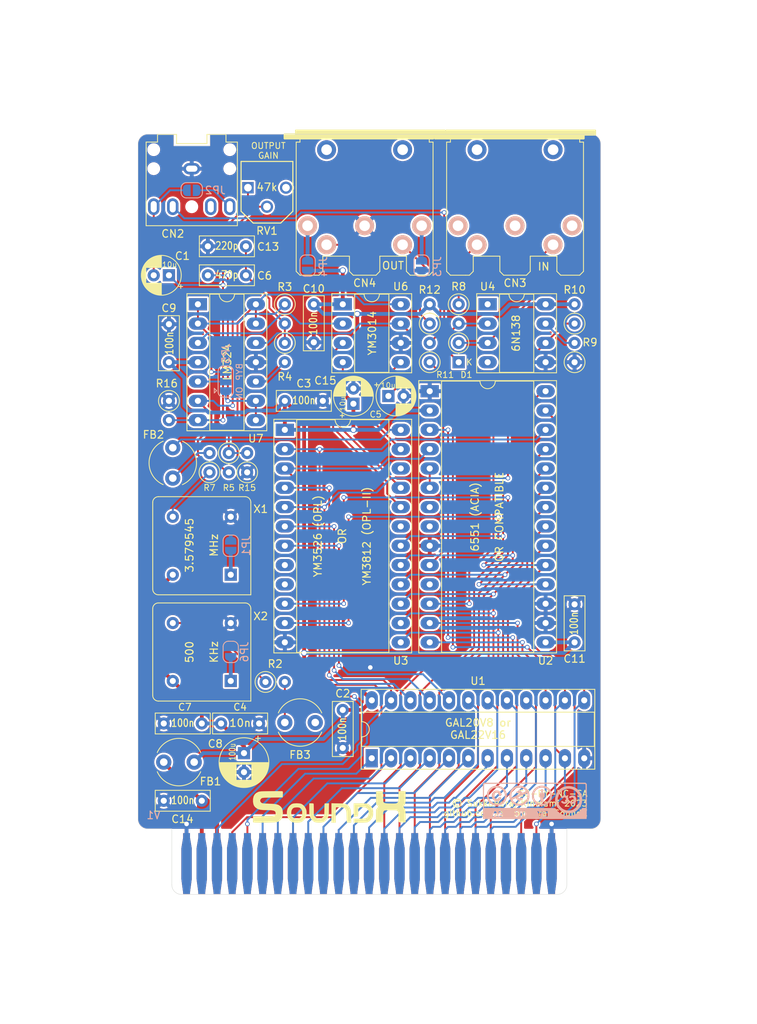
<source format=kicad_pcb>
(kicad_pcb (version 20240108) (generator "pcbnew") (generator_version "8.0")
  (title_block (title "SoundX") (date "2023-08-19") (rev "1git") (company "SukkoPera") (comment 3 "Licensed under CC BY-NC-SA 4.0"))
  (layers (0 "F.Cu" signal) (31 "B.Cu" signal) (36 "B.SilkS" user "B.Silkscreen") (37 "F.SilkS" user "F.Silkscreen") (38 "B.Mask" user) (39 "F.Mask" user) (44 "Edge.Cuts" user))
  (net 0 "")
  (net 1 "GND")
  (net 2 "+5V")
  (net 3 "/d7")
  (net 4 "/d6")
  (net 5 "/d4")
  (net 6 "/d5")
  (net 7 "/d3")
  (net 8 "/d2")
  (net 9 "/d1")
  (net 10 "/d0")
  (net 11 "/r_~{w}")
  (net 12 "/phi2")
  (net 13 "/~{reset}")
  (net 14 "/a15")
  (net 15 "/a14")
  (net 16 "/a13")
  (net 17 "/a12")
  (net 18 "/a11")
  (net 19 "/a10")
  (net 20 "/a9")
  (net 21 "/a8")
  (net 22 "/a7")
  (net 23 "/a6")
  (net 24 "/a5")
  (net 25 "/a4")
  (net 26 "/a1")
  (net 27 "/a0")
  (net 28 "/a3")
  (net 29 "/a2")
  (net 30 "/ext_audio")
  (net 31 "Net-(C1-Pad1)")
  (net 32 "Net-(FB2-Pad2)")
  (net 33 "Net-(X2-OUT)")
  (net 34 "Net-(U6-RB)")
  (net 47 "Net-(C1-Pad2)")
  (net 50 "/~{irq}")
  (net 51 "Net-(CN2-PadR)")
  (net 55 "/~{ym_cs}")
  (net 56 "/~{ym_rd}")
  (net 57 "/ym_a0")
  (net 60 "/dac_clk")
  (net 61 "Net-(D1-A)")
  (net 62 "/ser_audio")
  (net 63 "Net-(D1-K)")
  (net 64 "/dac_sync")
  (net 65 "/clock_ym")
  (net 66 "/clock_acia")
  (net 67 "Net-(X1-OUT)")
  (net 68 "Net-(CN3-Pad4)")
  (net 69 "Net-(JP1-A)")
  (net 70 "Net-(JP6-A)")
  (net 71 "Net-(CN4-Pad5)")
  (net 72 "Net-(CN4-Pad1)")
  (net 73 "Net-(CN4-Pad4)")
  (net 74 "Net-(CN4-Pad3)")
  (net 75 "Net-(U7C-+)")
  (net 76 "Net-(U6-MP)")
  (net 77 "/~{midi_cs}")
  (net 78 "/txd_ttl")
  (net 79 "/rxd_ttl")
  (net 80 "Net-(U7B--)")
  (net 81 "Net-(U4-VO1)")
  (net 85 "Net-(C13-Pad1)")
  (net 88 "Net-(C14-Pad1)")
  (net 89 "Net-(FB3-Pad2)")
  (net 90 "/amp_in")
  (net 91 "/flt_out")
  (net 92 "/flt_in")
  (net 98 "Net-(U6-ANALOG_OUT)")
  (footprint "Capacitor_THT:C_Disc_D7.0mm_W2.5mm_P5.00mm" (layer "F.Cu") (at 148.717 123.825 -90)
    (property "Reference" "C2")
    (property "Value" "100n")
  )
  (footprint "Package_DIP:DIP-24_W7.62mm_Socket_LongPads" (layer "F.Cu") (at 152.527 130.175 90)
    (property "Reference" "U1")
    (property "Value" "GAL20V8")
  )
  (footprint "Capacitor_THT:CP_Radial_D6.3mm_P2.50mm" (layer "F.Cu") (at 135.726 129.500621 -90)
    (property "Reference" "C8")
    (property "Value" "100u")
  )
  (footprint "Capacitor_THT:C_Disc_D7.0mm_W2.5mm_P5.00mm" (layer "F.Cu") (at 125.857 78.105 90)
    (property "Reference" "C9")
    (property "Value" "100n")
  )
  (footprint "Capacitor_THT:C_Disc_D7.0mm_W2.5mm_P5.00mm" (layer "F.Cu") (at 141.097 83.185)
    (property "Reference" "C3")
    (property "Value" "100n")
  )
  (footprint "SoundX:C16_Cart_Conn" (layer "F.Cu") (at 152.177 144.018)
    (property "Reference" "CN1" (hide yes))
    (property "Value" "EDGE_CONN" (hide yes))
  )
  (footprint "SoundX:AudioJack_SJ1-3525N" (layer "F.Cu") (at 128.857 52.658 180)
    (property "Reference" "CN2")
    (property "Value" "RAW_AUDIO_OUT")
  )
  (footprint "Capacitor_THT:C_Disc_D7.0mm_W2.5mm_P5.00mm" (layer "F.Cu") (at 130.177 125.603 180)
    (property "Reference" "C7")
    (property "Value" "100n")
  )
  (footprint "Inductor_THT:L_Radial_D6.0mm_P4.00mm" (layer "F.Cu") (at 126.365 89.345 -90)
    (property "Reference" "FB2")
    (property "Value" "FERRITE")
  )
  (footprint "Oscillator:Oscillator_DIP-8" (layer "F.Cu") (at 133.985 106.045 90)
    (property "Reference" "X1")
    (property "Value" "3.579545 MHz")
  )
  (footprint "Capacitor_THT:C_Disc_D7.0mm_W2.5mm_P5.00mm" (layer "F.Cu") (at 132.715 125.603)
    (property "Reference" "C4")
    (property "Value" "10n")
  )
  (footprint "Capacitor_THT:C_Disc_D7.0mm_W2.5mm_P5.00mm" (layer "F.Cu") (at 135.977 66.675 180)
    (property "Reference" "C6")
    (property "Value" "470p")
  )
  (footprint "Package_DIP:DIP-24_W15.24mm_Socket_LongPads" (layer "F.Cu") (at 141.097 86.995)
    (property "Reference" "U3")
    (property "Value" "YM3526")
  )
  (footprint "Package_DIP:DIP-8_W7.62mm_Socket_LongPads" (layer "F.Cu") (at 148.717 70.485)
    (property "Reference" "U6")
    (property "Value" "YM3014")
  )
  (footprint "Package_DIP:DIP-14_W7.62mm_Socket_LongPads" (layer "F.Cu") (at 129.667 70.485)
    (property "Reference" "U7")
    (property "Value" "LM324")
  )
  (footprint "Capacitor_THT:CP_Radial_D5.0mm_P2.00mm" (layer "F.Cu") (at 125.857 66.675 180)
    (property "Reference" "C1")
    (property "Value" "10u")
  )
  (footprint "Capacitor_THT:CP_Radial_D5.0mm_P2.00mm" (layer "F.Cu") (at 154.718 82.55)
    (property "Reference" "C5")
    (property "Value" "10u")
  )
  (footprint "Capacitor_THT:C_Disc_D7.0mm_W2.5mm_P5.00mm" (layer "F.Cu") (at 144.907 70.485 -90)
    (property "Reference" "C10")
    (property "Value" "100n")
  )
  (footprint "Capacitor_THT:C_Disc_D7.0mm_W2.5mm_P5.00mm" (layer "F.Cu") (at 179.197 114.935 90)
    (property "Reference" "C11")
    (property "Value" "100n")
  )
  (footprint "SoundX:DIN5" (layer "F.Cu") (at 171.37126 57.1627 180)
    (property "Reference" "CN3")
    (property "Value" "CONN_MIDI_IN" (hide yes))
  )
  (footprint "SoundX:DIN5" (layer "F.Cu") (at 151.58974 57.1627 180)
    (property "Reference" "CN4")
    (property "Value" "CONN_MIDI_OUT" (hide yes))
  )
  (footprint "Package_DIP:DIP-28_W15.24mm_Socket_LongPads" (layer "F.Cu") (at 160.147 81.915)
    (property "Reference" "U2")
    (property "Value" "MOS_6551_ACIA")
  )
  (footprint "Package_DIP:DIP-8_W7.62mm_Socket_LongPads" (layer "F.Cu") (at 167.767 70.485)
    (property "Reference" "U4")
    (property "Value" "6N138")
  )
  (footprint "Resistor_THT:R_Axial_DIN0207_L6.3mm_D2.5mm_P2.54mm_Vertical" (layer "F.Cu") (at 141.097 70.485 -90)
    (property "Reference" "R3")
    (property "Value" "33k")
  )
  (footprint "Resistor_THT:R_Axial_DIN0207_L6.3mm_D2.5mm_P2.54mm_Vertical" (layer "F.Cu") (at 141.097 75.565 -90)
    (property "Reference" "R4")
    (property "Value" "33k")
  )
  (footprint "Resistor_THT:R_Axial_DIN0207_L6.3mm_D2.5mm_P2.54mm_Vertical" (layer "F.Cu") (at 133.731 90.043 -90)
    (property "Reference" "R5")
    (property "Value" "15k")
  )
  (footprint "Resistor_THT:R_Axial_DIN0207_L6.3mm_D2.5mm_P2.54mm_Vertical" (layer "F.Cu") (at 131.191 92.583 90)
    (property "Reference" "R7")
    (property "Value" "47")
  )
  (footprint "Resistor_THT:R_Axial_DIN0207_L6.3mm_D2.5mm_P2.54mm_Vertical" (layer "F.Cu") (at 163.957 70.485 -90)
    (property "Reference" "R8")
    (property "Value" "220")
  )
  (footprint "Resistor_THT:R_Axial_DIN0207_L6.3mm_D2.5mm_P2.54mm_Vertical" (layer "F.Cu") (at 179.197 78.105 90)
    (property "Reference" "R9")
    (property "Value" "4.7k")
  )
  (footprint "Resistor_THT:R_Axial_DIN0207_L6.3mm_D2.5mm_P2.54mm_Vertical" (layer "F.Cu") (at 179.197 73.025 90)
    (property "Reference" "R10")
    (property "Value" "220")
  )
  (footprint "Resistor_THT:R_Axial_DIN0207_L6.3mm_D2.5mm_P2.54mm_Vertical" (layer "F.Cu") (at 160.147 78.105 90)
    (property "Reference" "R11")
    (property "Value" "220")
  )
  (footprint "Resistor_THT:R_Axial_DIN0207_L6.3mm_D2.5mm_P2.54mm_Vertical" (layer "F.Cu") (at 160.147 73.025 90)
    (property "Reference" "R12")
    (property "Value" "220")
  )
  (footprint "Resistor_THT:R_Axial_DIN0207_L6.3mm_D2.5mm_P2.54mm_Vertical" (layer "F.Cu") (at 136.144 92.583 90)
    (property "Reference" "R15")
    (property "Value" "4.7k")
  )
  (footprint "Resistor_THT:R_Axial_DIN0207_L6.3mm_D2.5mm_P2.54mm_Vertical" (layer "F.Cu") (at 125.857 83.185 -90)
    (property "Reference" "R16")
    (property "Value" "10k")
  )
  (footprint "Diode_THT:D_DO-35_SOD27_P2.54mm_Vertical_KathodeUp" (layer "F.Cu") (at 163.957 78.105 90)
    (property "Reference" "D1")
    (property "Value" "1n4148")
  )
  (footprint "Capacitor_THT:C_Disc_D7.0mm_W2.5mm_P5.00mm" (layer "F.Cu") (at 135.977 62.865 180)
    (property "Reference" "C13")
    (property "Value" "220p")
  )
  (footprint "Capacitor_THT:C_Disc_D7.0mm_W2.5mm_P5.00mm" (layer "F.Cu") (at 130.177 135.763 180)
    (property "Reference" "C14")
    (property "Value" "100n")
  )
  (footprint "Inductor_THT:L_Radial_D6.0mm_P4.00mm" (layer "F.Cu") (at 125.177 130.683)
    (property "Reference" "FB1")
    (property "Value" "FERRITE")
  )
  (footprint "Capacitor_THT:CP_Radial_D5.0mm_P2.00mm" (layer "F.Cu") (at 150.114 83.566 90)
    (property "Reference" "C15")
    (property "Value" "10u")
  )
  (footprint "SoundX:logo" (layer "F.Cu") (at 146.939 136.525)
    (property "Reference" "V1" (hide yes))
    (property "Value" "LOGO" (hide yes))
  )
  (footprint "SoundX:Pot_Bourns_3306P" (layer "F.Cu") (at 138.7475 56.408 180)
    (property "Reference" "RV1")
    (property "Value" "47k")
  )
  (footprint "Resistor_THT:R_Axial_DIN0207_L6.3mm_D2.5mm_P2.54mm_Vertical" (layer "F.Cu") (at 138.557 120.142)
    (property "Reference" "R2")
    (property "Value" "47")
  )
  (footprint "Inductor_THT:L_Radial_D6.0mm_P4.00mm" (layer "F.Cu") (at 145.097 125.476 180)
    (property "Reference" "FB3")
    (property "Value" "FERRITE")
  )
  (footprint "Oscillator:Oscillator_DIP-8" (layer "F.Cu") (at 133.985 120.015 90)
    (property "Reference" "X2")
    (property "Value" "500 kHz")
  )
  (footprint "Jumper:SolderJumper-2_P1.3mm_Open_RoundedPad1.0x1.5mm" (layer "B.Cu") (at 133.985 102.235 90)
    (property "Reference" "JP1")
    (property "Value" "JMP_OSC1_PIN1")
  )
  (footprint "SoundX:cc_by_nc_sa" (layer "B.Cu") (at 173.99 135.763 180)
    (property "Reference" "V0" (hide yes))
    (property "Value" "CC-BY-NC-SA" (hide yes))
  )
  (footprint "Jumper:SolderJumper-2_P1.3mm_Open_RoundedPad1.0x1.5mm" (layer "B.Cu") (at 128.857 55.499)
    (property "Reference" "JP2")
    (property "Value" "JMP_STEREO")
  )
  (footprint "Jumper:SolderJumper-2_P1.3mm_Open_RoundedPad1.0x1.5mm" (layer "B.Cu") (at 159.08782 65.405 90)
    (property "Reference" "JP3")
    (property "Value" "JMP_POM_GND")
  )
  (footprint "Jumper:SolderJumper-2_P1.3mm_Open_RoundedPad1.0x1.5mm" (layer "B.Cu") (at 144.09166 65.405 90)
    (property "Reference" "JP4")
    (property "Value" "JMP_POM_VCC")
  )
  (footprint "Jumper:SolderJumper-3_P1.3mm_Open_RoundedPad1.0x1.5mm" (layer "B.Cu") (at 133.3245 80.645 90)
    (property "Reference" "JP5")
    (property "Value" "JMP_FILTER_BYPASS")
  )
  (footprint "Jumper:SolderJumper-2_P1.3mm_Open_RoundedPad1.0x1.5mm" (layer "B.Cu") (at 133.985 116.19 90)
    (property "Reference" "JP6")
    (property "Value" "JMP_OSC2_PIN1")
  )
  (gr_line (start 123.063 139.446) (end 126.238 139.446) (stroke (width 0.05)) (layer "Edge.Cuts"))
  (gr_arc (start 123.063 139.446) (mid 122.164974 139.074026) (end 121.793 138.176) (stroke (width 0.05)) (layer "Edge.Cuts"))
  (gr_arc (start 182.626 138.176) (mid 182.254026 139.074026) (end 181.356 139.446) (stroke (width 0.05)) (layer "Edge.Cuts"))
  (gr_arc (start 178.181 146.812) (mid 177.809026 147.710026) (end 176.911 148.082) (stroke (width 0.05)) (layer "Edge.Cuts"))
  (gr_arc (start 127.508 148.082) (mid 126.609974 147.710026) (end 126.238 146.812) (stroke (width 0.05)) (layer "Edge.Cuts"))
  (gr_line (start 126.492 48.133) (end 123.063 48.133) (stroke (width 0.05)) (layer "Edge.Cuts"))
  (gr_arc (start 181.356 48.133) (mid 182.254026 48.504974) (end 182.626 49.403) (stroke (width 0.05)) (layer "Edge.Cuts"))
  (gr_arc (start 121.793 49.403) (mid 122.164974 48.504974) (end 123.063 48.133) (stroke (width 0.05)) (layer "Edge.Cuts"))
  (gr_line (start 131.2545 48.133) (end 181.356 48.133) (stroke (width 0.05)) (layer "Edge.Cuts"))
  (gr_line (start 127.508 148.082) (end 176.911 148.082) (stroke (width 0.05)) (layer "Edge.Cuts"))
  (gr_line (start 121.793 138.176) (end 121.793 49.403) (stroke (width 0.05)) (layer "Edge.Cuts"))
  (gr_line (start 126.492 49.657) (end 131.2545 49.657) (stroke (width 0.05)) (layer "Edge.Cuts"))
  (gr_line (start 126.238 146.812) (end 126.238 139.446) (stroke (width 0.05)) (layer "Edge.Cuts"))
  (gr_line (start 131.2545 49.657) (end 131.2545 48.133) (stroke (width 0.05)) (layer "Edge.Cuts"))
  (gr_line (start 126.492 48.133) (end 126.492 49.657) (stroke (width 0.05)) (layer "Edge.Cuts"))
  (gr_line (start 178.181 146.812) (end 178.181 139.446) (stroke (width 0.05)) (layer "Edge.Cuts"))
  (gr_line (start 182.626 138.176) (end 182.626 49.403) (stroke (width 0.05)) (layer "Edge.Cuts"))
  (gr_line (start 178.181 139.446) (end 181.356 139.446) (stroke (width 0.05)) (layer "Edge.Cuts"))
  (gr_text "BYP" (at 135.128 79.375 90) (layer "B.SilkS") (effects (font (size 0.8 0.8) (thickness 0.12)) (justify mirror)))
  (gr_text "V1" (at 123.825 137.668 0) (layer "B.SilkS") (effects (font (size 1 1)) (justify mirror)))
  (gr_text "ON" (at 135.128 82.169 90) (layer "B.SilkS") (effects (font (size 0.8 0.8) (thickness 0.12)) (justify mirror)))
  (gr_text "OUTPUT\nGAIN" (at 138.938 50.292 0) (layer "F.SilkS") (effects (font (size 0.8 0.8) (thickness 0.12))))
  (gr_text "OUT" (at 155.321 65.405 0) (layer "F.SilkS") (effects (font (size 1 1))))
  (gr_text "IN" (at 175.133 65.532 0) (layer "F.SilkS") (effects (font (size 1 1))))
  (gr_text "YM3526 (OPL)\n\nOR\n\nYM3812 (OPL-II)" (at 148.6545 100.970001 90) (layer "F.SilkS") (effects (font (size 1 1))))
  (gr_text "GAL20V8 or\nGAL22V16" (at 166.502 126.3075 0) (layer "F.SilkS") (effects (font (size 1 1))))
  (gr_text "6551 (ACIA)\n\nOR COMPATIBLE" (at 167.7045 98.44 90) (layer "F.SilkS") (effects (font (size 1 1))))
  (gr_text "CC-BY-NC-SA\n© SukkoPera/Kinmami 2023\ngithub.com/SukkoPera/SoundX" (at 180.975 136.108685 0) (layer "F.SilkS") (effects (font (size 0.8 0.8) (thickness 0.12)) (justify right)))
  (gr_text "500\n\nKHz" (at 130.175 116.205 90) (layer "F.SilkS") (effects (font (size 1 1))))
  (gr_text "3.579545\n\nMHz" (at 130.175 102.1675 90) (layer "F.SilkS") (effects (font (size 1 1))))
  (segment (start 128.177 138.904) (end 128.27 138.811) (width 0.5) (layer "F.Cu") (net 1))
  (segment (start 128.177 144.018) (end 128.177 138.904) (width 0.5) (layer "F.Cu") (net 1))
  (segment (start 176.177 144.018) (end 176.177 138.811) (width 0.5) (layer "F.Cu") (net 1))
  (via (at 128.177 138.811) (size 0.8) (drill 0.6) (layers "F.Cu" "B.Cu") (net 1))
  (via (at 176.177 138.811) (size 0.8) (drill 0.6) (layers "F.Cu" "B.Cu") (net 1))
  (via (at 152.3355 118.237) (size 0.8) (drill 0.6) (layers "F.Cu" "B.Cu") (net 1))
  (segment (start 159.08782 66.055) (end 156.987 66.055) (width 0.5) (layer "B.Cu") (net 1))
  (segment (start 176.177 138.91) (end 176.276 138.811) (width 0.5) (layer "B.Cu") (net 1))
  (segment (start 156.987 66.055) (end 157.099 66.167) (width 0.5) (layer "B.Cu") (net 1))
  (segment (start 176.177 144.018) (end 176.177 138.91) (width 0.5) (layer "B.Cu") (net 1))
  (segment (start 128.177 138.811) (end 128.177 144.018) (width 0.5) (layer "B.Cu") (net 1))
  (segment (start 133.985 101.585) (end 133.985 100.33) (width 0.5) (layer "B.Cu") (net 1))
  (segment (start 159.08782 66.055) (end 161.021 66.055) (width 0.5) (layer "B.Cu") (net 1))
  (segment (start 141.478 86.995) (end 141.097 86.995) (width 0.5) (layer "F.Cu") (net 2))
  (segment (start 145.288 121.285) (end 151.257 121.285) (width 0.5) (layer "F.Cu") (net 2))
  (segment (start 150.622 78.867) (end 150.622 71.755) (width 0.5) (layer "F.Cu") (net 2))
  (segment (start 141.097 83.185) (end 141.097 86.995) (width 0.5) (layer "F.Cu") (net 2))
  (segment (start 148.717 66.04) (end 148.717 70.485) (width 0.5) (layer "F.Cu") (net 2))
  (segment (start 135.726 128.614) (end 132.715 125.603) (width 0.5) (layer "F.Cu") (net 2))
  (segment (start 126.365 106.045) (end 124.206 108.204) (width 0.5) (layer "F.Cu") (net 2))
  (segment (start 130.177 123.827) (end 126.365 120.015) (width 0.5) (layer "F.Cu") (net 2))
  (segment (start 150.622 78.867) (end 148.717 80.772) (width 0.5) (layer "F.Cu") (net 2))
  (segment (start 149.098 70.485) (end 148.717 70.485) (width 0.5) (layer "F.Cu") (net 2))
  (segment (start 143.637 85.725) (end 141.097 83.185) (width 0.5) (layer "F.Cu") (net 2))
  (segment (start 148.717 82.169) (end 150.114 83.566) (width 0.5) (layer "F.Cu") (net 2))
  (segment (start 151.257 121.285) (end 152.527 122.555) (width 0.5) (layer "F.Cu") (net 2))
  (segment (start 148.59 123.825) (end 151.257 123.825) (width 0.5) (layer "F.Cu") (net 2))
  (segment (start 135.726 129.500621) (end 135.726 128.614) (width 0.5) (layer "F.Cu") (net 2))
  (segment (start 150.114 83.566) (end 150.114 86.995) (width 0.5) (layer "F.Cu") (net 2))
  (segment (start 148.717 80.772) (end 148.717 82.169) (width 0.5) (layer "F.Cu") (net 2))
  (segment (start 124.206 108.204) (end 124.206 117.856) (width 0.5) (layer "F.Cu") (net 2))
  (segment (start 143.637 116.332) (end 143.637 119.634) (width 0.5) (layer "F.Cu") (net 2))
  (segment (start 148.59 123.825) (end 148.59 123.571) (width 0.5) (layer "F.Cu") (net 2))
  (segment (start 130.177 125.603) (end 130.177 123.827) (width 0.5) (layer "F.Cu") (net 2))
  (segment (start 124.206 117.856) (end 126.365 120.015) (width 0.5) (layer "F.Cu") (net 2))
  (segment (start 143.637 119.634) (end 145.288 121.285) (width 0.5) (layer "F.Cu") (net 2))
  (segment (start 151.257 123.825) (end 152.527 122.555) (width 0.5) (layer "F.Cu") (net 2))
  (segment (start 143.637 116.332) (end 143.637 85.725) (width 0.5) (layer "F.Cu") (net 2))
  (via (at 150.114 86.995) (size 0.8) (drill 0.6) (layers "F.Cu" "B.Cu") (net 2))
  (via (at 143.637 116.332) (size 0.8) (drill 0.6) (layers "F.Cu" "B.Cu") (net 2))
  (via (at 150.622 71.755) (size 0.8) (drill 0.6) (layers "F.Cu" "B.Cu") (net 2))
  (via (at 148.717 66.04) (size 0.8) (drill 0.6) (layers "F.Cu" "B.Cu") (net 2))
  (segment (start 141.097 86.995) (end 153.416 86.995) (width 0.5) (layer "B.Cu") (net 2))
  (segment (start 135.726 129.500621) (end 137.584 127.642621) (width 0.5) (layer "B.Cu") (net 2))
  (segment (start 130.81 84.455) (end 131.064 84.709) (width 0.5) (layer "B.Cu") (net 2))
  (segment (start 169.418 71.755) (end 170.688 70.485) (width 0.5) (layer "B.Cu") (net 2))
  (segment (start 146.177 71.755) (end 144.907 70.485) (width 0.5) (layer "B.Cu") (net 2))
  (segment (start 144.907 70.485) (end 148.717 70.485) (width 0.5) (layer "B.Cu") (net 2))
  (segment (start 125.857 78.105) (end 129.667 78.105) (width 0.5) (layer "B.Cu") (net 2))
  (segment (start 175.387 114.935) (end 179.197 114.935) (width 0.5) (layer "B.Cu") (net 2))
  (segment (start 131.064 84.709) (end 135.89 84.709) (width 0.5) (layer "B.Cu") (net 2))
  (segment (start 160.147 70.485) (end 161.417 71.755) (width 0.5) (layer "B.Cu") (net 2))
  (segment (start 136.144 84.455) (end 139.827 84.455) (width 0.5) (layer "B.Cu") (net 2))
  (segment (start 128.524 84.455) (end 130.81 84.455) (width 0.5) (layer "B.Cu") (net 2))
  (segment (start 127.894815 83.825815) (end 128.524 84.455) (width 0.5) (layer "B.Cu") (net 2))
  (segment (start 170.688 70.485) (end 175.387 70.485) (width 0.5) (layer "B.Cu") (net 2))
  (segment (start 158.877 71.755) (end 160.147 70.485) (width 0.5) (layer "B.Cu") (net 2))
  (segment (start 161.417 71.755) (end 169.418 71.755) (width 0.5) (layer "B.Cu") (net 2))
  (segment (start 135.726 129.500621) (end 130.359379 129.500621) (width 0.5) (layer "B.Cu") (net 2))
  (segment (start 127.894815 80.142815) (end 127.894815 83.825815) (width 0.5) (layer "B.Cu") (net 2))
  (segment (start 139.827 84.455) (end 141.097 83.185) (width 0.5) (layer "B.Cu") (net 2))
  (segment (start 146.169379 127.642621) (end 148.717 125.095) (width 0.5) (layer "B.Cu") (net 2))
  (segment (start 143.637 116.332) (end 177.8 116.332) (width 0.5) (layer "B.Cu") (net 2))
  (segment (start 137.584 127.642621) (end 146.169379 127.642621) (width 0.5) (layer "B.Cu") (net 2))
  (segment (start 175.387 70.485) (end 179.197 70.485) (width 0.5) (layer "B.Cu") (net 2))
  (segment (start 177.8 116.332) (end 179.197 114.935) (width 0.5) (layer "B.Cu") (net 2))
  (segment (start 132.715 125.603) (end 130.177 125.603) (width 0.5) (layer "B.Cu") (net 2))
  (segment (start 155.956 84.455) (end 160.147 84.455) (width 0.5) (layer "B.Cu") (net 2))
  (segment (start 148.702 66.055) (end 148.717 66.04) (width 0.5) (layer "B.Cu") (net 2))
  (segment (start 144.09166 66.055) (end 148.702 66.055) (width 0.5) (layer "B.Cu") (net 2))
  (segment (start 153.416 86.995) (end 155.956 84.455) (width 0.5) (layer "B.Cu") (net 2))
  (segment (start 125.857 78.105) (end 127.894815 80.142815) (width 0.5) (layer "B.Cu") (net 2))
  (segment (start 148.717 70.485) (end 149.098 70.485) (width 0.5) (layer "B.Cu") (net 2))
  (segment (start 150.622 71.755) (end 158.877 71.755) (width 0.5) (layer "B.Cu") (net 2))
  (segment (start 130.359379 129.500621) (end 129.177 130.683) (width 0.5) (layer "B.Cu") (net 2))
  (segment (start 135.89 84.709) (end 136.144 84.455) (width 0.5) (layer "B.Cu") (net 2))
  (segment (start 150.622 71.755) (end 146.177 71.755) (width 0.5) (layer "B.Cu") (net 2))
  (segment (start 148.717 125.095) (end 148.717 123.825) (width 0.5) (layer "B.Cu") (net 2))
  (segment (start 165.989 106.934) (end 169.799 103.124) (width 0.25) (layer "F.Cu") (net 3))
  (segment (start 175.387 89.535) (end 169.799 95.123) (width 0.25) (layer "F.Cu") (net 3))
  (segment (start 165.989 115.57) (end 165.989 106.934) (width 0.25) (layer "F.Cu") (net 3))
  (segment (start 160.02 117.856) (end 163.703 117.856) (width 0.25) (layer "F.Cu") (net 3))
  (segment (start 154.177 133.351) (end 156.337 131.191) (width 0.25) (layer "F.Cu") (net 3))
  (segment (start 169.799 103.124) (end 169.799 100.965) (width 0.25) (layer "F.Cu") (net 3))
  (segment (start 156.337 121.539) (end 160.02 117.856) (width 0.25) (layer "F.Cu") (net 3))
  (segment (start 154.177 144.018) (end 154.177 133.351) (width 0.25) (layer "F.Cu") (net 3))
  (segment (start 169.799 95.123) (end 169.799 100.965) (width 0.25) (layer "F.Cu") (net 3))
  (segment (start 163.703 117.856) (end 165.989 115.57) (width 0.25) (layer "F.Cu") (net 3))
  (segment (start 156.337 131.191) (end 156.337 121.539) (width 0.25) (layer "F.Cu") (net 3))
  (via (at 169.799 100.965) (size 0.6) (drill 0.4) (layers "F.Cu" "B.Cu") (net 3))
  (segment (start 157.607 100.965) (end 169.799 100.965) (width 0.25) (layer "B.Cu") (net 3))
  (segment (start 156.337 102.235) (end 157.607 100.965) (width 0.25) (layer "B.Cu") (net 3))
  (segment (start 171.069 104.013) (end 171.069 103.505) (width 0.25) (layer "F.Cu") (net 4))
  (segment (start 164.084 118.364) (end 166.624 115.824) (width 0.25) (layer "F.Cu") (net 4))
  (segment (start 171.069 103.505) (end 171.069 96.393) (width 0.25) (layer "F.Cu") (net 4))
  (segment (start 156.177 133.9545) (end 158.877 131.2545) (width 0.25) (layer "F.Cu") (net 4))
  (segment (start 171.069 96.393) (end 175.387 92.075) (width 0.25) (layer "F.Cu") (net 4))
  (segment (start 158.877 131.2545) (end 158.877 121.539) (width 0.25) (layer "F.Cu") (net 4))
  (segment (start 166.624 115.824) (end 166.624 108.458) (width 0.25) (layer "F.Cu") (net 4))
  (segment (start 158.877 121.539) (end 162.052 118.364) (width 0.25) (layer "F.Cu") (net 4))
  (segment (start 156.177 144.018) (end 156.177 133.9545) (width 0.25) (layer "F.Cu") (net 4))
  (segment (start 166.624 108.458) (end 171.069 104.013) (width 0.25) (layer "F.Cu") (net 4))
  (segment (start 162.052 118.364) (end 164.084 118.364) (width 0.25) (layer "F.Cu") (net 4))
  (via (at 171.069 103.505) (size 0.6) (drill 0.4) (layers "F.Cu" "B.Cu") (net 4))
  (segment (start 157.607 103.505) (end 171.069 103.505) (width 0.25) (layer "B.Cu") (net 4))
  (segment (start 156.337 104.775) (end 157.607 103.505) (width 0.25) (layer "B.Cu") (net 4))
  (segment (start 172.339 104.775) (end 172.339 100.203) (width 0.25) (layer "F.Cu") (net 5))
  (segment (start 167.894 109.22) (end 168.529 108.585) (width 0.25) (layer "F.Cu") (net 5))
  (segment (start 168.529 108.585) (end 172.339 104.775) (width 0.25) (layer "F.Cu") (net 5))
  (segment (start 167.894 116.2685) (end 167.894 109.22) (width 0.25) (layer "F.Cu") (net 5))
  (segment (start 172.339 100.203) (end 175.387 97.155) (width 0.25) (layer "F.Cu") (net 5))
  (segment (start 163.957 121.539) (end 163.957 131.318) (width 0.25) (layer "F.Cu") (net 5))
  (segment (start 160.177 135.098) (end 160.177 144.018) (width 0.25) (layer "F.Cu") (net 5))
  (segment (start 167.894 116.2685) (end 167.894 117.602) (width 0.25) (layer "F.Cu") (net 5))
  (segment (start 167.894 117.602) (end 163.957 121.539) (width 0.25) (layer "F.Cu") (net 5))
  (segment (start 163.957 131.318) (end 160.177 135.098) (width 0.25) (layer "F.Cu") (net 5))
  (via (at 168.529 108.585) (size 0.6) (drill 0.4) (layers "F.Cu" "B.Cu") (net 5))
  (segment (start 157.607 108.585) (end 168.529 108.585) (width 0.25) (layer "B.Cu") (net 5))
  (segment (start 156.337 109.855) (end 157.607 108.585) (width 0.25) (layer "B.Cu") (net 5))
  (segment (start 161.417 121.539) (end 164.084 118.872) (width 0.25) (layer "F.Cu") (net 6))
  (segment (start 171.704 98.298) (end 171.704 104.394) (width 0.25) (layer "F.Cu") (net 6))
  (segment (start 158.177 144.018) (end 158.177 134.558) (width 0.25) (layer "F.Cu") (net 6))
  (segment (start 164.084 118.872) (end 164.465 118.872) (width 0.25) (layer "F.Cu") (net 6))
  (segment (start 158.177 134.558) (end 161.417 131.318) (width 0.25) (layer "F.Cu") (net 6))
  (segment (start 161.417 131.318) (end 161.417 121.539) (width 0.25) (layer "F.Cu") (net 6))
  (segment (start 167.259 108.839) (end 170.053 106.045) (width 0.25) (layer "F.Cu") (net 6))
  (segment (start 164.465 118.872) (end 167.259 116.078) (width 0.25) (layer "F.Cu") (net 6))
  (segment (start 167.259 116.078) (end 167.259 108.839) (width 0.25) (layer "F.Cu") (net 6))
  (segment (start 171.704 104.394) (end 170.053 106.045) (width 0.25) (layer "F.Cu") (net 6))
  (segment (start 175.387 94.615) (end 171.704 98.298) (width 0.25) (layer "F.Cu") (net 6))
  (via (at 170.053 106.045) (size 0.6) (drill 0.4) (layers "F.Cu" "B.Cu") (net 6))
  (segment (start 156.337 107.315) (end 157.607 106.045) (width 0.25) (layer "B.Cu") (net 6))
  (segment (start 157.607 106.045) (end 170.053 106.045) (width 0.25) (layer "B.Cu") (net 6))
  (segment (start 168.529 116.459) (end 168.529 119.507) (width 0.25) (layer "F.Cu") (net 7))
  (segment (start 172.974 105.156) (end 172.974 102.108) (width 0.25) (layer "F.Cu") (net 7))
  (segment (start 162.177 135.638) (end 162.177 144.018) (width 0.25) (layer "F.Cu") (net 7))
  (segment (start 166.497 131.318) (end 162.177 135.638) (width 0.25) (layer "F.Cu") (net 7))
  (segment (start 168.529 119.507) (end 166.497 121.539) (width 0.25) (layer "F.Cu") (net 7))
  (segment (start 166.497 121.539) (end 166.497 131.318) (width 0.25) (layer "F.Cu") (net 7))
  (segment (start 172.974 102.108) (end 175.387 99.695) (width 0.25) (layer "F.Cu") (net 7))
  (segment (start 168.529 111.125) (end 168.529 109.601) (width 0.25) (layer "F.Cu") (net 7))
  (segment (start 168.529 116.459) (end 168.529 111.125) (width 0.25) (layer "F.Cu") (net 7))
  (segment (start 168.529 109.601) (end 172.974 105.156) (width 0.25) (layer "F.Cu") (net 7))
  (via (at 168.529 111.125) (size 0.6) (drill 0.4) (layers "F.Cu" "B.Cu") (net 7))
  (segment (start 156.337 112.395) (end 157.607 111.125) (width 0.25) (layer "B.Cu") (net 7))
  (segment (start 157.607 111.125) (end 168.529 111.125) (width 0.25) (layer "B.Cu") (net 7))
  (segment (start 169.164 116.713) (end 169.164 121.412) (width 0.25) (layer "F.Cu") (net 8))
  (segment (start 173.609 104.013) (end 175.387 102.235) (width 0.25) (layer "F.Cu") (net 8))
  (segment (start 169.037 131.191) (end 169.037 121.539) (width 0.25) (layer "F.Cu") (net 8))
  (segment (start 164.177 144.018) (end 164.177 136.051) (width 0.25) (layer "F.Cu") (net 8))
  (segment (start 164.177 136.051) (end 169.037 131.191) (width 0.25) (layer "F.Cu") (net 8))
  (segment (start 169.164 121.412) (end 169.037 121.539) (width 0.25) (layer "F.Cu") (net 8))
  (segment (start 173.609 105.537) (end 173.609 104.013) (width 0.25) (layer "F.Cu") (net 8))
  (segment (start 169.164 116.713) (end 169.164 113.665) (width 0.25) (layer "F.Cu") (net 8))
  (segment (start 169.164 109.982) (end 173.609 105.537) (width 0.25) (layer "F.Cu") (net 8))
  (segment (start 169.164 113.665) (end 169.164 109.982) (width 0.25) (layer "F.Cu") (net 8))
  (via (at 169.164 113.665) (size 0.6) (drill 0.4) (layers "F.Cu" "B.Cu") (net 8))
  (segment (start 157.607 113.665) (end 156.337 114.935) (width 0.25) (layer "B.Cu") (net 8))
  (segment (start 169.164 113.665) (end 157.607 113.665) (width 0.25) (layer "B.Cu") (net 8))
  (segment (start 149.479 112.395) (end 149.479 98.425) (width 0.25) (layer "F.Cu") (net 9))
  (segment (start 169.164 102.87) (end 167.259 104.775) (width 0.25) (layer "F.Cu") (net 9))
  (segment (start 169.164 98.425) (end 169.164 102.87) (width 0.25) (layer "F.Cu") (net 9))
  (segment (start 169.799 116.84) (end 169.799 119.378604) (width 0.25) (layer "F.Cu") (net 9))
  (segment (start 166.177 144.018) (end 166.177 136.591) (width 0.25) (layer "F.Cu") (net 9))
  (segment (start 169.799 116.84) (end 169.799 110.363) (width 0.25) (layer "F.Cu") (net 9))
  (segment (start 171.577 121.156604) (end 171.577 131.191) (width 0.25) (layer "F.Cu") (net 9))
  (segment (start 169.799 119.378604) (end 171.577 121.156604) (width 0.25) (layer "F.Cu") (net 9))
  (segment (start 166.177 136.591) (end 171.577 131.191) (width 0.25) (layer "F.Cu") (net 9))
  (segment (start 169.799 116.967) (end 169.799 116.84) (width 0.25) (layer "F.Cu") (net 9))
  (segment (start 169.799 110.363) (end 175.387 104.775) (width 0.25) (layer "F.Cu") (net 9))
  (via (at 167.259 104.775) (size 0.6) (drill 0.4) (layers "F.Cu" "B.Cu") (net 9))
  (via (at 149.479 112.395) (size 0.6) (drill 0.4) (layers "F.Cu" "B.Cu") (net 9))
  (via (at 149.479 98.425) (size 0.6) (drill 0.4) (layers "F.Cu" "B.Cu") (net 9))
  (via (at 169.164 98.425) (size 0.6) (drill 0.4) (layers "F.Cu" "B.Cu") (net 9))
  (segment (start 141.097 112.395) (end 149.479 112.395) (width 0.25) (layer "B.Cu") (net 9))
  (segment (start 149.479 98.425) (end 169.164 98.425) (width 0.25) (layer "B.Cu") (net 9))
  (segment (start 175.387 104.775) (end 167.259 104.775) (width 0.25) (layer "B.Cu") (net 9))
  (segment (start 170.434 117.475) (end 170.434 110.744) (width 0.25) (layer "F.Cu") (net 10))
  (segment (start 174.117 121.158) (end 170.434 117.475) (width 0.25) (layer "F.Cu") (net 10))
  (segment (start 170.434 103.505) (end 170.434 95.885) (width 0.25) (layer "F.Cu") (net 10))
  (segment (start 168.177 144.018) (end 168.177 137.258) (width 0.25) (layer "F.Cu") (net 10))
  (segment (start 148.844 95.885) (end 148.844 109.855) (width 0.25) (layer "F.Cu") (net 10))
  (segment (start 170.434 110.744) (end 173.863 107.315) (width 0.25) (layer "F.Cu") (net 10))
  (segment (start 168.177 137.258) (end 174.117 131.318) (width 0.25) (layer "F.Cu") (net 10))
  (segment (start 166.624 107.315) (end 170.434 103.505) (width 0.25) (layer "F.Cu") (net 10))
  (segment (start 174.117 131.318) (end 174.117 121.158) (width 0.25) (layer "F.Cu") (net 10))
  (segment (start 173.863 107.315) (end 175.387 107.315) (width 0.25) (layer "F.Cu") (net 10))
  (via (at 170.434 95.885) (size 0.6) (drill 0.4) (layers "F.Cu" "B.Cu") (net 10))
  (via (at 166.624 107.315) (size 0.6) (drill 0.4) (layers "F.Cu" "B.Cu") (net 10))
  (via (at 148.844 95.885) (size 0.6) (drill 0.4) (layers "F.Cu" "B.Cu") (net 10))
  (via (at 148.844 109.855) (size 0.6) (drill 0.4) (layers "F.Cu" "B.Cu") (net 10))
  (segment (start 148.844 109.855) (end 141.097 109.855) (width 0.25) (layer "B.Cu") (net 10))
  (segment (start 175.387 107.315) (end 166.624 107.315) (width 0.25) (layer "B.Cu") (net 10))
  (segment (start 148.844 95.885) (end 170.434 95.885) (width 0.25) (layer "B.Cu") (net 10))
  (segment (start 175.387 81.915) (end 174.987 81.915) (width 0.25) (layer "F.Cu") (net 11))
  (segment (start 155.067 122.555) (end 155.067 120.904) (width 0.25) (layer "F.Cu") (net 11))
  (segment (start 136.177 138.844) (end 136.144 138.811) (width 0.25) (layer "F.Cu") (net 11))
  (segment (start 136.177 144.018) (end 136.177 138.844) (width 0.25) (layer "F.Cu") (net 11))
  (segment (start 146.304 119.507) (end 146.304 97.155) (width 0.25) (layer "F.Cu") (net 11))
  (segment (start 174.987 81.915) (end 170.434 86.468) (width 0.25) (layer "F.Cu") (net 11))
  (segment (start 154.051 119.888) (end 146.685 119.888) (width 0.25) (layer "F.Cu") (net 11))
  (segment (start 146.685 119.888) (end 146.304 119.507) (width 0.25) (layer "F.Cu") (net 11))
  (segment (start 155.067 120.904) (end 154.051 119.888) (width 0.25) (layer "F.Cu") (net 11))
  (segment (start 170.434 86.468) (end 170.434 93.345) (width 0.25) (layer "F.Cu") (net 11))
  (via (at 136.177 138.811) (size 0.6) (drill 0.4) (layers "F.Cu" "B.Cu") (net 11))
  (via (at 146.304 97.155) (size 0.6) (drill 0.4) (layers "F.Cu" "B.Cu") (net 11))
  (via (at 170.434 93.345) (size 0.6) (drill 0.4) (layers "F.Cu" "B.Cu") (net 11))
  (segment (start 151.892 128.143) (end 151.892 125.73) (width 0.25) (layer "B.Cu") (net 11))
  (segment (start 155.067 93.345) (end 170.434 93.345) (width 0.25) (layer "B.Cu") (net 11))
  (segment (start 151.257 128.778) (end 151.892 128.143) (width 0.25) (layer "B.Cu") (net 11))
  (segment (start 142.875 131.572) (end 149.479 131.572) (width 0.25) (layer "B.Cu") (net 11))
  (segment (start 148.209 95.25) (end 153.162 95.25) (width 0.25) (layer "B.Cu") (net 11))
  (segment (start 151.257 129.794) (end 151.257 128.778) (width 0.25) (layer "B.Cu") (net 11))
  (segment (start 149.479 131.572) (end 151.257 129.794) (width 0.25) (layer "B.Cu") (net 11))
  (segment (start 136.177 138.27) (end 142.875 131.572) (width 0.25) (layer "B.Cu") (net 11))
  (segment (start 141.097 97.155) (end 146.304 97.155) (width 0.25) (layer "B.Cu") (net 11))
  (segment (start 151.892 125.73) (end 155.067 122.555) (width 0.25) (layer "B.Cu") (net 11))
  (segment (start 146.304 97.155) (end 148.209 95.25) (width 0.25) (layer "B.Cu") (net 11))
  (segment (start 136.177 138.811) (end 136.177 138.27) (width 0.25) (layer "B.Cu") (net 11))
  (segment (start 153.162 95.25) (end 155.067 93.345) (width 0.25) (layer "B.Cu") (net 11))
  (segment (start 175.04701 116.586) (end 175.895 116.586) (width 0.25) (layer "F.Cu") (net 12))
  (segment (start 173.609 114.173) (end 173.609 115.14799) (width 0.25) (layer "F.Cu") (net 12))
  (segment (start 176.657 108.585) (end 177.165 108.077) (width 0.25) (layer "F.Cu") (net 12))
  (segment (start 173.609 115.14799) (end 175.04701 116.586) (width 0.25) (layer "F.Cu") (net 12))
  (segment (start 173.609 109.474) (end 174.498 108.585) (width 0.25) (layer "F.Cu") (net 12))
  (segment (start 174.498 108.585) (end 176.657 108.585) (width 0.25) (layer "F.Cu") (net 12))
  (segment (start 177.165 86.233) (end 175.387 84.455) (width 0.25) (layer "F.Cu") (net 12))
  (segment (start 173.609 114.173) (end 173.609 109.474) (width 0.25) (layer "F.Cu") (net 12))
  (segment (start 174.177 138.878) (end 174.244 138.811) (width 0.25) (layer "F.Cu") (net 12))
  (segment (start 174.177 144.018) (end 174.177 138.878) (width 0.25) (layer "F.Cu") (net 12))
  (segment (start 180.467 121.158) (end 180.467 122.555) (width 0.25) (layer "F.Cu") (net 12))
  (segment (start 177.165 108.077) (end 177.165 86.233) (width 0.25) (layer "F.Cu") (net 12))
  (segment (start 175.895 116.586) (end 180.467 121.158) (width 0.25) (layer "F.Cu") (net 12))
  (via (at 174.177 138.811) (size 0.6) (drill 0.4) (layers "F.Cu" "B.Cu") (net 12))
  (segment (start 179.197 136.211) (end 179.197 123.825) (width 0.25) (layer "B.Cu") (net 12))
  (segment (start 175.066 137.922) (end 177.486 137.922) (width 0.25) (layer "B.Cu") (net 12))
  (segment (start 179.197 123.825) (end 180.467 122.555) (width 0.25) (layer "B.Cu") (net 12))
  (segment (start 174.177 138.811) (end 175.066 137.922) (width 0.25) (layer "B.Cu") (net 12))
  (segment (start 177.486 137.922) (end 179.197 136.211) (width 0.25) (layer "B.Cu") (net 12))
  (segment (start 141.097 92.075) (end 142.875 93.853) (width 0.25) (layer "F.Cu") (net 13))
  (segment (start 144.526 122.047) (end 150.241 122.047) (width 0.25) (layer "F.Cu") (net 13))
  (segment (start 142.875 120.396) (end 144.526 122.047) (width 0.25) (layer "F.Cu") (net 13))
  (segment (start 142.875 93.853) (end 142.875 120.396) (width 0.25) (layer "F.Cu") (net 13))
  (via (at 150.241 122.047) (size 0.6) (drill 0.4) (layers "F.Cu" "B.Cu") (net 13))
  (segment (start 158.877 90.805) (end 160.147 89.535) (width 0.25) (layer "B.Cu") (net 13))
  (segment (start 153.416 92.075) (end 154.686 90.805) (width 0.25) (layer "B.Cu") (net 13))
  (segment (start 141.097 92.075) (end 153.416 92.075) (width 0.25) (layer "B.Cu") (net 13))
  (segment (start 150.622 129.032) (end 150.622 128.524) (width 0.25) (layer "B.Cu") (net 13))
  (segment (start 154.686 90.805) (end 158.877 90.805) (width 0.25) (layer "B.Cu") (net 13))
  (segment (start 132.7785 138.8745) (end 140.716 130.937) (width 0.25) (layer "B.Cu") (net 13))
  (segment (start 151.257 127.889) (end 151.257 123.063) (width 0.25) (layer "B.Cu") (net 13))
  (segment (start 140.716 130.937) (end 148.717 130.937) (width 0.25) (layer "B.Cu") (net 13))
  (segment (start 150.622 128.524) (end 151.257 127.889) (width 0.25) (layer "B.Cu") (net 13))
  (segment (start 151.257 123.063) (end 150.241 122.047) (width 0.25) (layer "B.Cu") (net 13))
  (segment (start 148.717 130.937) (end 150.622 129.032) (width 0.25) (layer "B.Cu") (net 13))
  (segment (start 132.177 139.476) (end 132.177 144.018) (width 0.25) (layer "B.Cu") (net 13))
  (segment (start 132.969 138.684) (end 132.7785 138.8745) (width 0.25) (layer "B.Cu") (net 13))
  (segment (start 132.7785 138.8745) (end 132.177 139.476) (width 0.25) (layer "B.Cu") (net 13))
  (segment (start 138.177 137.794) (end 138.177 144.018) (width 0.25) (layer "B.Cu") (net 14))
  (segment (start 143.764 132.207) (end 138.177 137.794) (width 0.25) (layer "B.Cu") (net 14))
  (segment (start 152.527 130.175) (end 150.495 132.207) (width 0.25) (layer "B.Cu") (net 14))
  (segment (start 150.495 132.207) (end 143.764 132.207) (width 0.25) (layer "B.Cu") (net 14))
  (segment (start 155.067 130.175) (end 152.4 132.842) (width 0.25) (layer "B.Cu") (net 15))
  (segment (start 144.876 132.842) (end 140.177 137.541) (width 0.25) (layer "B.Cu") (net 15))
  (segment (start 152.4 132.842) (end 144.876 132.842) (width 0.25) (layer "B.Cu") (net 15))
  (segment (start 140.177 144.018) (end 140.177 137.541) (width 0.25) (layer "B.Cu") (net 15))
  (segment (start 142.177 137.985) (end 142.177 144.018) (width 0.25) (layer "B.Cu") (net 16))
  (segment (start 146.685 133.477) (end 142.177 137.985) (width 0.25) (layer "B.Cu") (net 16))
  (segment (start 157.607 130.175) (end 154.305 133.477) (width 0.25) (layer "B.Cu") (net 16))
  (segment (start 154.305 133.477) (end 146.685 133.477) (width 0.25) (layer "B.Cu") (net 16))
  (segment (start 148.59 134.112) (end 144.177 138.525) (width 0.25) (layer "B.Cu") (net 17))
  (segment (start 156.21 134.112) (end 148.59 134.112) (width 0.25) (layer "B.Cu") (net 17))
  (segment (start 144.177 138.525) (end 144.177 144.018) (width 0.25) (layer "B.Cu") (net 17))
  (segment (start 160.147 130.175) (end 156.21 134.112) (width 0.25) (layer "B.Cu") (net 17))
  (segment (start 158.115 134.747) (end 150.622 134.747) (width 0.25) (layer "B.Cu") (net 18))
  (segment (start 150.622 134.747) (end 146.177 139.192) (width 0.25) (layer "B.Cu") (net 18))
  (segment (start 162.687 130.175) (end 158.115 134.747) (width 0.25) (layer "B.Cu") (net 18))
  (segment (start 146.177 139.192) (end 146.177 144.018) (width 0.25) (layer "B.Cu") (net 18))
  (segment (start 160.02 135.382) (end 152.4 135.382) (width 0.25) (layer "B.Cu") (net 19))
  (segment (start 165.227 130.175) (end 160.02 135.382) (width 0.25) (layer "B.Cu") (net 19))
  (segment (start 152.4 135.382) (end 148.177 139.605) (width 0.25) (layer "B.Cu") (net 19))
  (segment (start 148.177 139.605) (end 148.177 144.018) (width 0.25) (layer "B.Cu") (net 19))
  (segment (start 160.782 135.382) (end 160.147 136.017) (width 0.25) (layer "B.Cu") (net 20))
  (segment (start 153.162 136.017) (end 150.177 139.002) (width 0.25) (layer "B.Cu") (net 20))
  (segment (start 150.177 139.002) (end 150.177 144.018) (width 0.25) (layer "B.Cu") (net 20))
  (segment (start 166.497 123.825) (end 166.497 130.937) (width 0.25) (layer "B.Cu") (net 20))
  (segment (start 166.497 130.937) (end 162.052 135.382) (width 0.25) (layer "B.Cu") (net 20))
  (segment (start 165.227 122.555) (end 166.497 123.825) (width 0.25) (layer "B.Cu") (net 20))
  (segment (start 162.052 135.382) (end 160.782 135.382) (width 0.25) (layer "B.Cu") (net 20))
  (segment (start 160.147 136.017) (end 153.162 136.017) (width 0.25) (layer "B.Cu") (net 20))
  (segment (start 163.322 135.382) (end 162.687 136.017) (width 0.25) (layer "B.Cu") (net 21))
  (segment (start 160.528 136.652) (end 154.813 136.652) (width 0.25) (layer "B.Cu") (net 21))
  (segment (start 161.163 136.017) (end 160.528 136.652) (width 0.25) (layer "B.Cu") (net 21))
  (segment (start 167.767 130.175) (end 167.767 131.191) (width 0.25) (layer "B.Cu") (net 21))
  (segment (start 162.687 136.017) (end 161.163 136.017) (width 0.25) (layer "B.Cu") (net 21))
  (segment (start 167.767 131.191) (end 163.576 135.382) (width 0.25) (layer "B.Cu") (net 21))
  (segment (start 152.177 139.288) (end 152.177 144.018) (width 0.25) (layer "B.Cu") (net 21))
  (segment (start 163.576 135.382) (end 163.322 135.382) (width 0.25) (layer "B.Cu") (net 21))
  (segment (start 154.813 136.652) (end 152.177 139.288) (width 0.25) (layer "B.Cu") (net 21))
  (segment (start 160.782 137.287) (end 156.337 137.287) (width 0.25) (layer "B.Cu") (net 22))
  (segment (start 164.084 136.017) (end 163.576 136.017) (width 0.25) (layer "B.Cu") (net 22))
  (segment (start 165.354 135.382) (end 164.719 135.382) (width 0.25) (layer "B.Cu") (net 22))
  (segment (start 167.767 122.555) (end 169.037 123.825) (width 0.25) (layer "B.Cu") (net 22))
  (segment (start 161.417 136.652) (end 160.782 137.287) (width 0.25) (layer "B.Cu") (net 22))
  (segment (start 154.177 139.447) (end 154.177 144.018) (width 0.25) (layer "B.Cu") (net 22))
  (segment (start 156.337 137.287) (end 154.177 139.447) (width 0.25) (layer "B.Cu") (net 22))
  (segment (start 169.037 123.825) (end 169.037 131.699) (width 0.25) (layer "B.Cu") (net 22))
  (segment (start 163.576 136.017) (end 162.941 136.652) (width 0.25) (layer "B.Cu") (net 22))
  (segment (start 162.941 136.652) (end 161.417 136.652) (width 0.25) (layer "B.Cu") (net 22))
  (segment (start 164.719 135.382) (end 164.084 136.017) (width 0.25) (layer "B.Cu") (net 22))
  (segment (start 169.037 131.699) (end 165.354 135.382) (width 0.25) (layer "B.Cu") (net 22))
  (segment (start 161.163 137.922) (end 157.607 137.922) (width 0.25) (layer "B.Cu") (net 23))
  (segment (start 168.783 135.382) (end 166.497 135.382) (width 0.25) (layer "B.Cu") (net 23))
  (segment (start 161.798 137.287) (end 161.163 137.922) (width 0.25) (layer "B.Cu") (net 23))
  (segment (start 170.307 133.858) (end 168.783 135.382) (width 0.25) (layer "B.Cu") (net 23))
  (segment (start 163.703 136.652) (end 163.068 137.287) (width 0.25) (layer "B.Cu") (net 23))
  (segment (start 166.497 135.382) (end 165.862 136.017) (width 0.25) (layer "B.Cu") (net 23))
  (segment (start 156.177 139.352) (end 156.177 144.018) (width 0.25) (layer "B.Cu") (net 23))
  (segment (start 163.068 137.287) (end 161.798 137.287) (width 0.25) (layer "B.Cu") (net 23))
  (segment (start 165.862 136.017) (end 164.973 136.017) (width 0.25) (layer "B.Cu") (net 23))
  (segment (start 164.973 136.017) (end 164.338 136.652) (width 0.25) (layer "B.Cu") (net 23))
  (segment (start 170.307 130.175) (end 170.307 133.858) (width 0.25) (layer "B.Cu") (net 23))
  (segment (start 157.607 137.922) (end 156.177 139.352) (width 0.25) (layer "B.Cu") (net 23))
  (segment (start 164.338 136.652) (end 163.703 136.652) (width 0.25) (layer "B.Cu") (net 23))
  (segment (start 163.195 137.922) (end 161.925 137.922) (width 0.25) (layer "B.Cu") (net 24))
  (segment (start 165.354 136.652) (end 164.719 137.287) (width 0.25) (layer "B.Cu") (net 24))
  (segment (start 164.719 137.287) (end 163.83 137.287) (width 0.25) (layer "B.Cu") (net 24))
  (segment (start 161.925 137.922) (end 161.29 138.557) (width 0.25) (layer "B.Cu") (net 24))
  (segment (start 166.751 136.017) (end 166.116 136.652) (width 0.25) (layer "B.Cu") (net 24))
  (segment (start 171.577 133.731) (end 169.291 136.017) (width 0.25) (layer "B.Cu") (net 24))
  (segment (start 171.577 123.825) (end 171.577 133.731) (width 0.25) (layer "B.Cu") (net 24))
  (segment (start 163.83 137.287) (end 163.195 137.922) (width 0.25) (layer "B.Cu") (net 24))
  (segment (start 170.307 122.555) (end 171.577 123.825) (width 0.25) (layer "B.Cu") (net 24))
  (segment (start 161.29 138.557) (end 158.877 138.557) (width 0.25) (layer "B.Cu") (net 24))
  (segment (start 158.877 138.557) (end 158.177 139.257) (width 0.25) (layer "B.Cu") (net 24))
  (segment (start 169.291 136.017) (end 166.751 136.017) (width 0.25) (layer "B.Cu") (net 24))
  (segment (start 158.177 139.257) (end 158.177 144.018) (width 0.25) (layer "B.Cu") (net 24))
  (segment (start 166.116 136.652) (end 165.354 136.652) (width 0.25) (layer "B.Cu") (net 24))
  (segment (start 172.847 133.604) (end 169.799 136.652) (width 0.25) (layer "B.Cu") (net 25))
  (segment (start 164.973 137.922) (end 163.957 137.922) (width 0.25) (layer "B.Cu") (net 25))
  (segment (start 166.497 137.287) (end 165.608 137.287) (width 0.25) (layer "B.Cu") (net 25))
  (segment (start 163.322 138.557) (end 162.179 138.557) (width 0.25) (layer "B.Cu") (net 25))
  (segment (start 163.957 137.922) (end 163.322 138.557) (width 0.25) (layer "B.Cu") (net 25))
  (segment (start 162.179 138.557) (end 161.544 139.192) (width 0.25) (layer "B.Cu") (net 25))
  (segment (start 160.177 139.573) (end 160.177 144.018) (width 0.25) (layer "B.Cu") (net 25))
  (segment (start 161.544 139.192) (end 160.558 139.192) (width 0.25) (layer "B.Cu") (net 25))
  (segment (start 172.847 130.175) (end 172.847 133.604) (width 0.25) (layer "B.Cu") (net 25))
  (segment (start 169.799 136.652) (end 167.132 136.652) (width 0.25) (layer "B.Cu") (net 25))
  (segment (start 165.608 137.287) (end 164.973 137.922) (width 0.25) (layer "B.Cu") (net 25))
  (segment (start 167.132 136.652) (end 166.497 137.287) (width 0.25) (layer "B.Cu") (net 25))
  (segment (start 160.558 139.192) (end 160.177 139.573) (width 0.25) (layer "B.Cu") (net 25))
  (segment (start 177.927 121.031) (end 177.927 122.555) (width 0.25) (layer "F.Cu") (net 26))
  (segment (start 174.625 118.364) (end 175.26 118.364) (width 0.25) (layer "F.Cu") (net 26))
  (segment (start 177.927 122.467586) (end 177.927 122.555) (width 0.25) (layer "F.Cu") (net 26))
  (segment (start 172.339 114.935) (end 172.339 116.078) (width 0.25) (layer "F.Cu") (net 26))
  (segment (start 175.26 118.364) (end 177.927 121.031) (width 0.25) (layer "F.Cu") (net 26))
  (segment (start 172.339 116.078) (end 174.625 118.364) (width 0.25) (layer "F.Cu") (net 26))
  (via (at 172.339 114.935) (size 0.6) (drill 0.4) (layers "F.Cu" "B.Cu") (net 26))
  (segment (start 166.177 139.385) (end 166.177 144.018) (width 0.25) (layer "B.Cu") (net 26))
  (segment (start 176.657 123.825) (end 176.657 135.001) (width 0.25) (layer "B.Cu") (net 26))
  (segment (start 171.196 138.557) (end 168.275 138.557) (width 0.25) (layer "B.Cu") (net 26))
  (segment (start 167.64 139.192) (end 166.37 139.192) (width 0.25) (layer "B.Cu") (net 26))
  (segment (start 173.101 136.652) (end 171.196 138.557) (width 0.25) (layer "B.Cu") (net 26))
  (segment (start 168.275 138.557) (end 167.64 139.192) (width 0.25) (layer "B.Cu") (net 26))
  (segment (start 160.147 114.935) (end 172.339 114.935) (width 0.25) (layer "B.Cu") (net 26))
  (segment (start 176.657 135.001) (end 175.006 136.652) (width 0.25) (layer "B.Cu") (net 26))
  (segment (start 175.006 136.652) (end 173.101 136.652) (width 0.25) (layer "B.Cu") (net 26))
  (segment (start 166.37 139.192) (end 166.177 139.385) (width 0.25) (layer "B.Cu") (net 26))
  (segment (start 177.927 122.555) (end 176.657 123.825) (width 0.25) (layer "B.Cu") (net 26))
  (segment (start 171.704 116.586) (end 174.117 118.999) (width 0.25) (layer "F.Cu") (net 27))
  (segment (start 176.657 128.905) (end 177.927 130.175) (width 0.25) (layer "F.Cu") (net 27))
  (segment (start 171.704 115.443) (end 171.704 112.395) (width 0.25) (layer "F.Cu") (net 27))
  (segment (start 174.498 118.999) (end 176.657 121.158) (width 0.25) (layer "F.Cu") (net 27))
  (segment (start 171.704 115.443) (end 171.704 116.586) (width 0.25) (layer "F.Cu") (net 27))
  (segment (start 174.117 118.999) (end 174.498 118.999) (width 0.25) (layer "F.Cu") (net 27))
  (segment (start 176.657 121.158) (end 176.657 128.905) (width 0.25) (layer "F.Cu") (net 27))
  (via (at 171.704 112.395) (size 0.6) (drill 0.4) (layers "F.Cu" "B.Cu") (net 27))
  (segment (start 168.177 139.544) (end 168.177 144.018) (width 0.25) (layer "B.Cu") (net 27))
  (segment (start 173.355 137.287) (end 171.45 139.192) (width 0.25) (layer "B.Cu") (net 27))
  (segment (start 168.529 139.192) (end 168.177 139.544) (width 0.25) (layer "B.Cu") (net 27))
  (segment (start 175.641 137.287) (end 173.355 137.287) (width 0.25) (layer "B.Cu") (net 27))
  (segment (start 160.147 112.395) (end 171.704 112.395) (width 0.25) (layer "B.Cu") (net 27))
  (segment (start 177.927 135.001) (end 175.641 137.287) (width 0.25) (layer "B.Cu") (net 27))
  (segment (start 177.927 130.175) (end 177.927 135.001) (width 0.25) (layer "B.Cu") (net 27))
  (segment (start 171.45 139.192) (end 168.529 139.192) (width 0.25) (layer "B.Cu") (net 27))
  (segment (start 166.878 137.922) (end 165.989 137.922) (width 0.25) (layer "B.Cu") (net 28))
  (segment (start 163.576 139.192) (end 162.56 139.192) (width 0.25) (layer "B.Cu") (net 28))
  (segment (start 170.307 137.287) (end 167.513 137.287) (width 0.25) (layer "B.Cu") (net 28))
  (segment (start 162.177 139.575) (end 162.177 144.018) (width 0.25) (layer "B.Cu") (net 28))
  (segment (start 174.117 123.825) (end 174.117 133.477) (width 0.25) (layer "B.Cu") (net 28))
  (segment (start 167.513 137.287) (end 166.878 137.922) (width 0.25) (layer "B.Cu") (net 28))
  (segment (start 164.211 138.557) (end 163.576 139.192) (width 0.25) (layer "B.Cu") (net 28))
  (segment (start 165.989 137.922) (end 165.354 138.557) (width 0.25) (layer "B.Cu") (net 28))
  (segment (start 174.117 133.477) (end 170.307 137.287) (width 0.25) (layer "B.Cu") (net 28))
  (segment (start 165.354 138.557) (end 164.211 138.557) (width 0.25) (layer "B.Cu") (net 28))
  (segment (start 172.847 122.555) (end 174.117 123.825) (width 0.25) (layer "B.Cu") (net 28))
  (segment (start 162.56 139.192) (end 162.177 139.575) (width 0.25) (layer "B.Cu") (net 28))
  (segment (start 175.387 130.175) (end 175.387 135.128) (width 0.25) (layer "B.Cu") (net 29))
  (segment (start 172.466 136.017) (end 170.561 137.922) (width 0.25) (layer "B.Cu") (net 29))
  (segment (start 174.498 136.017) (end 172.466 136.017) (width 0.25) (layer "B.Cu") (net 29))
  (segment (start 164.465 139.192) (end 164.177 139.48) (width 0.25) (layer "B.Cu") (net 29))
  (segment (start 164.465 139.192) (end 165.608 139.192) (width 0.25) (layer "B.Cu") (net 29))
  (segment (start 175.387 135.128) (end 174.498 136.017) (width 0.25) (layer "B.Cu") (net 29))
  (segment (start 167.259 138.557) (end 166.243 138.557) (width 0.25) (layer "B.Cu") (net 29))
  (segment (start 165.608 139.192) (end 166.243 138.557) (width 0.25) (layer "B.Cu") (net 29))
  (segment (start 167.894 137.922) (end 167.259 138.557) (width 0.25) (layer "B.Cu") (net 29))
  (segment (start 164.177 139.48) (end 164.177 144.018) (width 0.25) (layer "B.Cu") (net 29))
  (segment (start 170.561 137.922) (end 167.894 137.922) (width 0.25) (layer "B.Cu") (net 29))
  (segment (start 175.768 117.602) (end 175.007396 117.602) (width 0.25) (layer "F.Cu") (net 30))
  (segment (start 172.975396 115.57) (end 172.974 115.57) (width 0.25) (layer "F.Cu") (net 30))
  (segment (start 172.177 138.338) (end 179.197 131.318) (width 0.25) (layer "F.Cu") (net 30))
  (segment (start 175.007396 117.602) (end 172.975396 115.57) (width 0.25) (layer "F.Cu") (net 30))
  (segment (start 162.052 58.42) (end 162.052 79.121) (width 0.25) (layer "F.Cu") (net 30))
  (segment (start 179.197 121.031) (end 175.768 117.602) (width 0.25) (layer "F.Cu") (net 30))
  (segment (start 162.56 79.629) (end 162.56 85.725) (width 0.25) (layer "F.Cu") (net 30))
  (segment (start 172.177 144.018) (end 172.177 138.338) (width 0.25) (layer "F.Cu") (net 30))
  (segment (start 179.197 131.318) (end 179.197 121.031) (width 0.25) (layer "F.Cu") (net 30))
  (segment (start 162.052 79.121) (end 162.56 79.629) (width 0.25) (layer "F.Cu") (net 30))
  (segment (start 163.195 86.36) (end 163.195 115.57) (width 0.25) (layer "F.Cu") (net 30))
  (segment (start 162.56 85.725) (end 163.195 86.36) (width 0.25) (layer "F.Cu") (net 30))
  (via (at 172.974 115.57) (size 0.6) (drill 0.4) (layers "F.Cu" "B.Cu") (net 30))
  (via (at 163.195 115.57) (size 0.6) (drill 0.4) (layers "F.Cu" "B.Cu") (net 30))
  (via (at 162.052 58.42) (size 0.6) (drill 0.4) (layers "F.Cu" "B.Cu") (net 30))
  (segment (start 162.052 58.42) (end 143.256 58.42) (width 0.25) (layer "B.Cu") (net 30))
  (segment (start 172.974 115.57) (end 163.195 115.57) (width 0.25) (layer "B.Cu") (net 30))
  (segment (start 127.881 59.182) (end 126.357 57.658) (width 0.25) (layer "B.Cu") (net 30))
  (segment (start 142.494 59.182) (end 127.881 59.182) (width 0.25) (layer "B.Cu") (net 30))
  (segment (start 143.256 58.42) (end 142.494 59.182) (width 0.25) (layer "B.Cu") (net 30))
  (segment (start 132.969 85.725) (end 132.969 65.405) (width 0.25) (layer "F.Cu") (net 31))
  (segment (start 132.969 60.706) (end 136.2475 57.4275) (width 0.25) (layer "F.Cu") (net 31))
  (segment (start 132.969 65.405) (end 132.969 60.706) (width 0.25) (layer "F.Cu") (net 31))
  (segment (start 136.2475 57.4275) (end 136.2475 55.158) (width 0.25) (layer "F.Cu") (net 31))
  (via (at 132.969 67.945) (size 0.6) (drill 0.4) (layers "F.Cu" "B.Cu") (net 31))
  (via (at 132.969 85.725) (size 0.6) (drill 0.4) (layers "F.Cu" "B.Cu") (net 31))
  (segment (start 127.127 67.945) (end 132.969 67.945) (width 0.25) (layer "B.Cu") (net 31))
  (segment (start 132.969 85.725) (end 129.667 85.725) (width 0.25) (layer "B.Cu") (net 31))
  (segment (start 129.667 85.725) (end 126.521 85.725) (width 0.25) (layer "B.Cu") (net 31))
  (segment (start 125.857 66.675) (end 127.127 67.945) (width 0.25) (layer "B.Cu") (net 31))
  (segment (start 129.667 90.043) (end 126.365 93.345) (width 0.25) (layer "B.Cu") (net 32))
  (segment (start 131.191 90.043) (end 129.667 90.043) (width 0.25) (layer "B.Cu") (net 32))
  (segment (start 130.81 112.395) (end 138.557 120.142) (width 0.25) (layer "F.Cu") (net 33))
  (segment (start 126.365 112.395) (end 130.81 112.395) (width 0.25) (layer "F.Cu") (net 33))
  (segment (start 156.337 73.025) (end 157.988 74.676) (width 0.25) (layer "F.Cu") (net 34))
  (segment (start 157.988 79.28) (end 154.718 82.55) (width 0.25) (layer "F.Cu") (net 34))
  (segment (start 157.988 74.676) (end 157.988 79.28) (width 0.25) (layer "F.Cu") (net 34))
  (segment (start 151.003 73.025) (end 156.337 73.025) (width 0.25) (layer "B.Cu") (net 34))
  (segment (start 138.811 75.565) (end 140.081 74.295) (width 0.25) (layer "B.Cu") (net 34))
  (segment (start 137.287 75.565) (end 138.811 75.565) (width 0.25) (layer "B.Cu") (net 34))
  (segment (start 149.733 74.295) (end 151.003 73.025) (width 0.25) (layer "B.Cu") (net 34))
  (segment (start 140.081 74.295) (end 149.733 74.295) (width 0.25) (layer "B.Cu") (net 34))
  (segment (start 123.857 63.976) (end 123.857 64.135) (width 0.25) (layer "F.Cu") (net 47))
  (segment (start 123.857 66.675) (end 123.857 63.976) (width 0.25) (layer "F.Cu") (net 47))
  (segment (start 123.857 57.658) (end 123.857 63.976) (width 0.25) (layer "F.Cu") (net 47))
  (segment (start 128.207 55.499) (end 126.016 55.499) (width 0.25) (layer "B.Cu") (net 47))
  (segment (start 126.016 55.499) (end 123.857 57.658) (width 0.25) (layer "B.Cu") (net 47))
  (segment (start 153.797 131.572) (end 153.797 121.412) (width 0.25) (layer "F.Cu") (net 50))
  (segment (start 153.797 121.412) (end 152.908 120.523) (width 0.25) (layer "F.Cu") (net 50))
  (segment (start 134.177 144.018) (end 134.177 139.889) (width 0.25) (layer "F.Cu") (net 50))
  (segment (start 145.669 119.761) (end 145.669 89.535) (width 0.25) (layer "F.Cu") (net 50))
  (segment (start 152.908 120.523) (end 146.431 120.523) (width 0.25) (layer "F.Cu") (net 50))
  (segment (start 134.177 139.889) (end 136.144 137.922) (width 0.25) (layer "F.Cu") (net 50))
  (segment (start 136.144 137.922) (end 147.447 137.922) (width 0.25) (layer "F.Cu") (net 50))
  (segment (start 147.447 137.922) (end 153.797 131.572) (width 0.25) (layer "F.Cu") (net 50))
  (segment (start 146.431 120.523) (end 145.669 119.761) (width 0.25) (layer "F.Cu") (net 50))
  (via (at 145.669 89.535) (size 0.6) (drill 0.4) (layers "F.Cu" "B.Cu") (net 50))
  (segment (start 141.097 89.535) (end 145.669 89.535) (width 0.25) (layer "B.Cu") (net 50))
  (segment (start 155.067 88.265) (end 174.117 88.265) (width 0.25) (layer "B.Cu") (net 50))
  (segment (start 153.797 89.535) (end 155.067 88.265) (width 0.25) (layer "B.Cu") (net 50))
  (segment (start 145.669 89.535) (end 147.447 89.535) (width 0.25) (layer "B.Cu") (net 50))
  (segment (start 146.177 89.535) (end 153.797 89.535) (width 0.25) (layer "B.Cu") (net 50))
  (segment (start 174.117 88.265) (end 175.387 86.995) (width 0.25) (layer "B.Cu") (net 50))
  (segment (start 131.698 55.499) (end 133.857 57.658) (width 0.25) (layer "B.Cu") (net 51))
  (segment (start 129.507 55.499) (end 131.698 55.499) (width 0.25) (layer "B.Cu") (net 51))
  (segment (start 148.209 102.235) (end 148.209 117.983) (width 0.25) (layer "F.Cu") (net 55))
  (via (at 148.209 117.983) (size 0.6) (drill 0.4) (layers "F.Cu" "B.Cu") (net 55))
  (via (at 148.209 102.235) (size 0.6) (drill 0.4) (layers "F.Cu" "B.Cu") (net 55))
  (segment (start 141.097 102.235) (end 148.209 102.235) (width 0.25) (layer "B.Cu") (net 55))
  (segment (start 149.352 119.126) (end 159.258 119.126) (width 0.25) (layer "B.Cu") (net 55))
  (segment (start 148.209 117.983) (end 149.352 119.126) (width 0.25) (layer "B.Cu") (net 55))
  (segment (start 159.258 119.126) (end 162.687 122.555) (width 0.25) (layer "B.Cu") (net 55))
  (segment (start 147.574 99.695) (end 147.574 118.618) (width 0.25) (layer "F.Cu") (net 56))
  (via (at 147.574 118.618) (size 0.6) (drill 0.4) (layers "F.Cu" "B.Cu") (net 56))
  (via (at 147.574 99.695) (size 0.6) (drill 0.4) (layers "F.Cu" "B.Cu") (net 56))
  (segment (start 160.147 122.555) (end 157.353 119.761) (width 0.25) (layer "B.Cu") (net 56))
  (segment (start 157.353 119.761) (end 148.717 119.761) (width 0.25) (layer "B.Cu") (net 56))
  (segment (start 148.717 119.761) (end 147.574 118.618) (width 0.25) (layer "B.Cu") (net 56))
  (segment (start 141.097 99.695) (end 147.574 99.695) (width 0.25) (layer "B.Cu") (net 56))
  (segment (start 146.939 94.615) (end 146.939 119.253) (width 0.25) (layer "F.Cu") (net 57))
  (via (at 146.939 119.253) (size 0.6) (drill 0.4) (layers "F.Cu" "B.Cu") (net 57))
  (via (at 146.939 94.615) (size 0.6) (drill 0.4) (layers "F.Cu" "B.Cu") (net 57))
  (segment (start 157.607 122.301) (end 157.607 122.555) (width 0.25) (layer "B.Cu") (net 57))
  (segment (start 146.939 119.253) (end 147.6375 119.9515) (width 0.25) (layer "B.Cu") (net 57))
  (segment (start 146.939 94.615) (end 141.097 94.615) (width 0.25) (layer "B.Cu") (net 57))
  (segment (start 157.607 122.555) (end 155.448 120.396) (width 0.25) (layer "B.Cu") (net 57))
  (segment (start 148.082 120.396) (end 147.6375 119.9515) (width 0.25) (layer "B.Cu") (net 57))
  (segment (start 155.448 120.396) (end 148.082 120.396) (width 0.25) (layer "B.Cu") (net 57))
  (segment (start 147.447 80.518) (end 147.447 86.741) (width 0.25) (layer "F.Cu") (net 60))
  (segment (start 146.812 79.883) (end 147.447 80.518) (width 0.25) (layer "F.Cu") (net 60))
  (segment (start 154.559 95.377) (end 156.337 97.155) (width 0.25) (layer "F.Cu") (net 60))
  (segment (start 148.717 75.565) (end 146.812 77.47) (width 0.25) (layer "F.Cu") (net 60))
  (segment (start 147.447 86.741) (end 154.559 93.853) (width 0.25) (layer "F.Cu") (net 60))
  (segment (start 146.812 77.47) (end 146.812 79.883) (width 0.25) (layer "F.Cu") (net 60))
  (segment (start 154.559 93.853) (end 154.559 95.377) (width 0.25) (layer "F.Cu") (net 60))
  (segment (start 173.609 69.723) (end 167.767 75.565) (width 0.25) (layer "F.Cu") (net 61))
  (segment (start 173.609 65.42024) (end 173.609 69.723) (width 0.25) (layer "F.Cu") (net 61))
  (segment (start 176.36744 62.6618) (end 173.609 65.42024) (width 0.25) (layer "F.Cu") (net 61))
  (segment (start 167.767 75.565) (end 163.957 75.565) (width 0.25) (layer "B.Cu") (net 61))
  (segment (start 148.082 80.01) (end 148.717 79.375) (width 0.25) (layer "F.Cu") (net 62))
  (segment (start 148.082 86.36) (end 148.082 80.01) (width 0.25) (layer "F.Cu") (net 62))
  (segment (start 156.337 94.615) (end 148.082 86.36) (width 0.25) (layer "F.Cu") (net 62))
  (segment (start 148.717 79.375) (end 148.717 78.105) (width 0.25) (layer "F.Cu") (net 62))
  (segment (start 163.957 73.025) (end 162.56 74.422) (width 0.25) (layer "F.Cu") (net 63))
  (segment (start 162.56 76.708) (end 163.957 78.105) (width 0.25) (layer "F.Cu") (net 63))
  (segment (start 162.56 74.422) (end 162.56 76.708) (width 0.25) (layer "F.Cu") (net 63))
  (segment (start 163.957 73.025) (end 167.767 73.025) (width 0.25) (layer "B.Cu") (net 63))
  (segment (start 153.035 81.407) (end 153.035 86.233) (width 0.25) (layer "F.Cu") (net 64))
  (segment (start 153.035 86.233) (end 156.337 89.535) (width 0.25) (layer "F.Cu") (net 64))
  (segment (start 156.337 78.105) (end 153.035 81.407) (width 0.25) (layer "F.Cu") (net 64))
  (segment (start 156.337 86.995) (end 154.94 86.995) (width 0.25) (layer "B.Cu") (net 65))
  (segment (start 154.94 86.995) (end 153.67 88.265) (width 0.25) (layer "B.Cu") (net 65))
  (segment (start 153.67 88.265) (end 127.445 88.265) (width 0.25) (layer "B.Cu") (net 65))
  (segment (start 127.445 88.265) (end 126.365 89.345) (width 0.25) (layer "B.Cu") (net 65))
  (segment (start 160.147 92.075) (end 160.147 94.615) (width 0.25) (layer "F.Cu") (net 66))
  (segment (start 126.365 97.409) (end 126.365 98.425) (width 0.25) (layer "B.Cu") (net 67))
  (segment (start 131.191 92.583) (end 126.365 97.409) (width 0.25) (layer "B.Cu") (net 67))
  (segment (start 163.957 65.07988) (end 163.957 70.485) (width 0.25) (layer "F.Cu") (net 68))
  (segment (start 166.37508 62.6618) (end 163.957 65.07988) (width 0.25) (layer "F.Cu") (net 68))
  (segment (start 133.985 102.885) (end 133.985 106.045) (width 0.5) (layer "B.Cu") (net 69))
  (segment (start 133.985 120.015) (end 133.985 116.84) (width 0.5) (layer "B.Cu") (net 70))
  (segment (start 156.58592 62.6618) (end 161.544 67.61988) (width 0.25) (layer "F.Cu") (net 71))
  (segment (start 161.544 67.61988) (end 161.544 74.168) (width 0.25) (layer "F.Cu") (net 71))
  (segment (start 161.544 74.168) (end 160.147 75.565) (width 0.25) (layer "F.Cu") (net 71))
  (segment (start 144.09166 64.755) (end 144.09166 60.1599) (width 0.5) (layer "B.Cu") (net 72))
  (segment (start 158.877 71.755) (end 160.147 73.025) (width 0.25) (layer "F.Cu") (net 73))
  (segment (start 158.877 67.437) (end 154.1018 62.6618) (width 0.25) (layer "F.Cu") (net 73))
  (segment (start 158.877 67.437) (end 158.877 71.755) (width 0.25) (layer "F.Cu") (net 73))
  (segment (start 154.1018 62.6618) (end 146.59356 62.6618) (width 0.25) (layer "F.Cu") (net 73))
  (segment (start 159.08782 64.755) (end 159.08782 60.1599) (width 0.5) (layer "B.Cu") (net 74))
  (segment (start 138.557 80.645) (end 141.097 78.105) (width 0.25) (layer "B.Cu") (net 75))
  (segment (start 137.287 80.645) (end 138.557 80.645) (width 0.25) (layer "B.Cu") (net 75))
  (segment (start 137.287 73.025) (end 137.287 70.485) (width 0.25) (layer "F.Cu") (net 76))
  (segment (start 133.731 87.249) (end 134.874 86.106) (width 0.25) (layer "F.Cu") (net 76))
  (segment (start 133.731 90.043) (end 133.731 87.249) (width 0.25) (layer "F.Cu") (net 76))
  (segment (start 134.874 72.898) (end 137.287 70.485) (width 0.25) (layer "F.Cu") (net 76))
  (segment (start 134.874 86.106) (end 134.874 75.438) (width 0.25) (layer "F.Cu") (net 76))
  (segment (start 134.874 75.438) (end 134.874 72.898) (width 0.25) (layer "F.Cu") (net 76))
  (segment (start 140.081 69.215) (end 140.208 69.215) (width 0.25) (layer "B.Cu") (net 76))
  (segment (start 140.208 69.215) (end 150.241 69.215) (width 0.25) (layer "B.Cu") (net 76))
  (segment (start 156.337 70.485) (end 151.511 70.485) (width 0.25) (layer "B.Cu") (net 76))
  (segment (start 151.511 70.485) (end 150.241 69.215) (width 0.25) (layer "B.Cu") (net 76))
  (segment (start 133.731 90.043) (end 136.144 90.043) (width 0.25) (layer "B.Cu") (net 76))
  (segment (start 138.557 69.215) (end 137.287 70.485) (width 0.25) (layer "B.Cu") (net 76))
  (segment (start 140.208 69.215) (end 138.557 69.215) (width 0.25) (layer "B.Cu") (net 76))
  (segment (start 162.56 114.3) (end 162.56 86.995) (width 0.25) (layer "F.Cu") (net 77))
  (segment (start 171.069 115.951) (end 171.069 116.84) (width 0.25) (layer "F.Cu") (net 77))
  (segment (start 171.069 115.951) (end 171.069 114.3) (width 0.25) (layer "F.Cu") (net 77))
  (segment (start 171.069 116.84) (end 175.387 121.158) (width 0.25) (layer "F.Cu") (net 77))
  (segment (start 175.387 122.555) (end 175.387 121.158) (width 0.25) (layer "F.Cu") (net 77))
  (via (at 162.56 114.3) (size 0.6) (drill 0.4) (layers "F.Cu" "B.Cu") (net 77))
  (via (at 171.069 114.3) (size 0.6) (drill 0.4) (layers "F.Cu" "B.Cu") (net 77))
  (via (at 162.56 86.995) (size 0.6) (drill 0.4) (layers "F.Cu" "B.Cu") (net 77))
  (segment (start 162.56 86.995) (end 160.147 86.995) (width 0.25) (layer "B.Cu") (net 77))
  (segment (start 171.069 114.3) (end 162.56 114.3) (width 0.25) (layer "B.Cu") (net 77))
  (segment (start 161.925 79.883) (end 161.925 102.997) (width 0.25) (layer "F.Cu") (net 78))
  (segment (start 161.925 79.883) (end 160.147 78.105) (width 0.25) (layer "F.Cu") (net 78))
  (segment (start 161.925 102.997) (end 160.147 104.775) (width 0.25) (layer "F.Cu") (net 78))
  (segment (start 179.197 73.025) (end 177.927 73.025) (width 0.25) (layer "F.Cu") (net 79))
  (segment (start 168.529 102.489) (end 168.529 87.249) (width 0.25) (layer "F.Cu") (net 79))
  (segment (start 168.529 87.249) (end 173.609 82.169) (width 0.25) (layer "F.Cu") (net 79))
  (segment (start 173.609 77.343) (end 175.387 75.565) (width 0.25) (layer "F.Cu") (net 79))
  (segment (start 165.354 105.664) (end 168.529 102.489) (width 0.25) (layer "F.Cu") (net 79))
  (segment (start 173.609 82.169) (end 173.609 77.343) (width 0.25) (layer "F.Cu") (net 79))
  (segment (start 177.927 73.025) (end 175.387 75.565) (width 0.25) (layer "F.Cu") (net 79))
  (segment (start 165.354 109.855) (end 165.354 105.664) (width 0.25) (layer "F.Cu") (net 79))
  (via (at 165.354 109.855) (size 0.6) (drill 0.4) (layers "F.Cu" "B.Cu") (net 79))
  (segment (start 160.147 109.855) (end 165.354 109.855) (width 0.25) (layer "B.Cu") (net 79))
  (segment (start 129.667 83.185) (end 131.445 84.963) (width 0.25) (layer "F.Cu") (net 80))
  (segment (start 129.667 90.297) (end 130.683 91.313) (width 0.25) (layer "F.Cu") (net 80))
  (segment (start 134.239 83.82) (end 134.239 60.706) (width 0.25) (layer "F.Cu") (net 80))
  (segment (start 131.445 84.963) (end 131.445 86.614) (width 0.25) (layer "F.Cu") (net 80))
  (segment (start 133.477 92.583) (end 133.731 92.583) (width 0.25) (layer "F.Cu") (net 80))
  (segment (start 132.207 91.313) (end 133.477 92.583) (width 0.25) (layer "F.Cu") (net 80))
  (segment (start 129.667 88.392) (end 129.667 90.297) (width 0.25) (layer "F.Cu") (net 80))
  (segment (start 130.683 91.313) (end 132.207 91.313) (width 0.25) (layer "F.Cu") (net 80))
  (segment (start 131.445 86.614) (end 129.667 88.392) (width 0.25) (layer "F.Cu") (net 80))
  (segment (start 134.239 60.706) (end 137.287 57.658) (width 0.25) (layer "F.Cu") (net 80))
  (segment (start 137.287 57.658) (end 138.7475 57.658) (width 0.25) (layer "F.Cu") (net 80))
  (via (at 134.239 83.82) (size 0.6) (drill 0.4) (layers "F.Cu" "B.Cu") (net 80))
  (segment (start 132.334 83.82) (end 134.239 83.82) (width 0.25) (layer "B.Cu") (net 80))
  (segment (start 129.667 83.185) (end 131.699 83.185) (width 0.25) (layer "B.Cu") (net 80))
  (segment (start 131.699 83.185) (end 132.334 83.82) (width 0.25) (layer "B.Cu") (net 80))
  (segment (start 179.197 75.565) (end 177.927 75.565) (width 0.25) (layer "B.Cu") (net 81))
  (segment (start 177.927 75.565) (end 175.387 73.025) (width 0.25) (layer "B.Cu") (net 81))
  (segment (start 139.065 70.993) (end 139.065 69.763) (width 0.25) (layer "F.Cu") (net 85))
  (segment (start 139.065 70.993) (end 141.097 73.025) (width 0.25) (layer "F.Cu") (net 85))
  (segment (start 139.065 69.763) (end 135.977 66.675) (width 0.25) (layer "F.Cu") (net 85))
  (segment (start 141.097 75.565) (end 141.097 73.025) (width 0.25) (layer "F.Cu") (net 85))
  (segment (start 135.977 62.865) (end 135.977 66.675) (width 0.25) (layer "F.Cu") (net 85))
  (segment (start 130.177 144.018) (end 130.177 135.763) (width 0.5) (layer "F.Cu") (net 88))
  (segment (start 125.177 130.763) (end 125.177 130.683) (width 0.5) (layer "F.Cu") (net 88))
  (segment (start 132.177 137.763) (end 130.177 135.763) (width 0.5) (layer "F.Cu") (net 88))
  (segment (start 130.177 135.763) (end 125.177 130.763) (width 0.5) (layer "F.Cu") (net 88))
  (segment (start 132.177 144.018) (end 132.177 137.763) (width 0.5) (layer "F.Cu") (net 88))
  (segment (start 141.097 120.142) (end 141.097 125.476) (width 0.25) (layer "F.Cu") (net 89))
  (segment (start 129.667 80.645) (end 133.3245 80.645) (width 0.25) (layer "B.Cu") (net 90))
  (segment (start 133.604 69.312) (end 133.604 66.675) (width 0.25) (layer "F.Cu") (net 91))
  (segment (start 137.287 85.725) (end 137.287 83.185) (width 0.25) (layer "F.Cu") (net 91))
  (segment (start 133.604 69.312) (end 133.604 83.185) (width 0.25) (layer "F.Cu") (net 91))
  (via (at 133.604 66.675) (size 0.6) (drill 0.4) (layers "F.Cu" "B.Cu") (net 91))
  (via (at 133.604 83.185) (size 0.6) (drill 0.4) (layers "F.Cu" "B.Cu") (net 91))
  (segment (start 137.287 83.185) (end 133.604 83.185) (width 0.25) (layer "B.Cu") (net 91))
  (segment (start 133.3245 81.945) (end 133.3245 82.9055) (width 0.25) (layer "B.Cu") (net 91))
  (segment (start 133.3245 82.9055) (end 133.604 83.185) (width 0.25) (layer "B.Cu") (net 91))
  (segment (start 133.604 66.675) (end 130.977 66.675) (width 0.25) (layer "B.Cu") (net 91))
  (segment (start 131.445 74.803) (end 129.667 73.025) (width 0.25) (layer "F.Cu") (net 92))
  (segment (start 131.445 79.375) (end 131.445 74.803) (width 0.25) (layer "F.Cu") (net 92))
  (segment (start 129.667 73.025) (end 129.667 70.485) (width 0.25) (layer "F.Cu") (net 92))
  (via (at 131.445 79.375) (size 0.6) (drill 0.4) (layers "F.Cu" "B.Cu") (net 92))
  (segment (start 136.144 71.755) (end 139.827 71.755) (width 0.25) (layer "B.Cu") (net 92))
  (segment (start 133.2945 79.375) (end 133.3245 79.345) (width 0.25) (layer "B.Cu") (net 92))
  (segment (start 139.827 71.755) (end 141.097 70.485) (width 0.25) (layer "B.Cu") (net 92))
  (segment (start 134.874 73.025) (end 136.144 71.755) (width 0.25) (layer "B.Cu") (net 92))
  (segment (start 131.445 79.375) (end 133.2945 79.375) (width 0.25) (layer "B.Cu") (net 92))
  (segment (start 129.667 73.025) (end 134.874 73.025) (width 0.25) (layer "B.Cu") (net 92))
  (segment (start 143.129 73.025) (end 141.859 71.755) (width 0.25) (layer "B.Cu") (net 98))
  (segment (start 138.105499 74.295) (end 130.937 74.295) (width 0.25) (layer "B.Cu") (net 98))
  (segment (start 148.717 73.025) (end 143.129 73.025) (width 0.25) (layer "B.Cu") (net 98))
  (segment (start 141.859 71.755) (end 140.645499 71.755) (width 0.25) (layer "B.Cu") (net 98))
  (segment (start 130.937 74.295) (end 129.667 75.565) (width 0.25) (layer "B.Cu") (net 98))
  (segment (start 140.645499 71.755) (end 138.105499 74.295) (width 0.25) (layer "B.Cu") (net 98))
  (zone (net 88) (net_name "Net-(C14-Pad1)") (layer "F.Cu") (priority 20) (connect_pads (clearance 0.254)) (min_thickness 0.254) (fill yes (thermal_gap 0.508) (thermal_bridge_width 0.508))
    (polygon (pts (xy 132.461 139.446) (xy 129.54 139.446) (xy 129.54 136.271) (xy 130.81 135.255) (xy 132.461 136.779)))
  )
  (zone (net 1) (net_name "GND") (layer "F.Cu") (connect_pads (clearance 0.254)) (min_thickness 0.254) (fill yes (thermal_gap 0.254) (thermal_bridge_width 0.508))
    (polygon (pts (xy 203.2 165.1) (xy 106.68 165.1) (xy 106.68 30.48) (xy 203.2 30.48)))
  )
  (zone (net 0) (net_name "") (layers "F&B.Cu") (connect_pads (clearance 0)) (min_thickness 0.127)
    (keepout (tracks allowed) (vias allowed) (pads allowed) (copperpour not_allowed) (footprints allowed))
    (fill (thermal_gap 0.508) (thermal_bridge_width 0.508))
    (polygon (pts (xy 178.181 148.082) (xy 126.238 148.082) (xy 126.238 139.446) (xy 178.181 139.446)))
  )
  (zone (net 1) (net_name "GND") (layer "B.Cu") (connect_pads (clearance 0.254)) (min_thickness 0.254) (fill yes (thermal_gap 0.254) (thermal_bridge_width 0.508))
    (polygon (pts (xy 193.04 157.48) (xy 114.3 157.48) (xy 114.3 38.1) (xy 193.04 38.1)))
  )
  (zone (net 0) (net_name "") (layer "B.Cu") (connect_pads (clearance 0)) (min_thickness 0.254)
    (keepout (tracks allowed) (vias allowed) (pads allowed) (copperpour not_allowed) (footprints allowed))
    (fill (thermal_gap 0.508) (thermal_bridge_width 0.508))
    (polygon (pts (xy 160.02 103.124) (xy 158.115 103.124) (xy 158.115 101.346) (xy 160.02 101.346)))
  )
)
</source>
